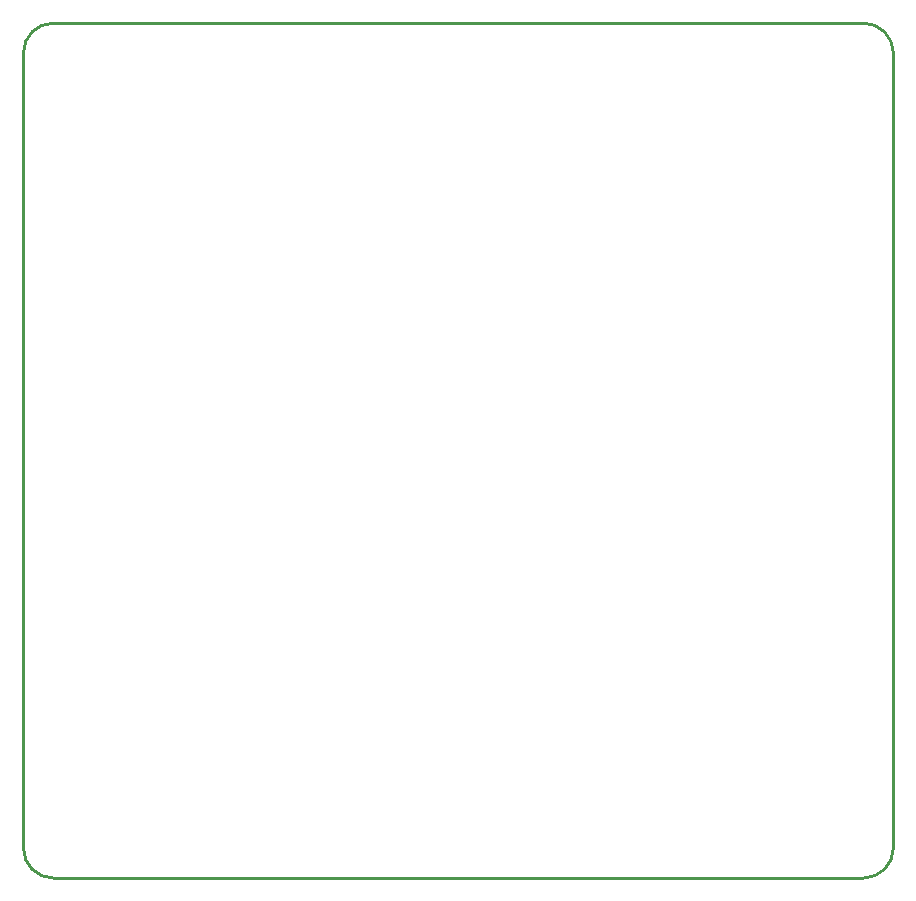
<source format=gko>
G04*
G04 #@! TF.GenerationSoftware,Altium Limited,Altium Designer,24.0.1 (36)*
G04*
G04 Layer_Color=16711935*
%FSLAX44Y44*%
%MOMM*%
G71*
G04*
G04 #@! TF.SameCoordinates,4C79C2C8-5DE3-4804-94A9-F395A3FC2A11*
G04*
G04*
G04 #@! TF.FilePolarity,Positive*
G04*
G01*
G75*
%ADD11C,0.2540*%
D11*
X698500Y660400D02*
G03*
X673100Y685800I-25400J0D01*
G01*
Y-38100D02*
G03*
X698500Y-12700I0J25400D01*
G01*
X-12700Y685800D02*
G03*
X-38100Y660400I0J-25400D01*
G01*
Y-12700D02*
G03*
X-12700Y-38100I25400J0D01*
G01*
X673100D01*
X-12700Y685800D02*
X673100D01*
X698500Y-12700D02*
Y660400D01*
X-38100Y-12700D02*
Y660400D01*
M02*

</source>
